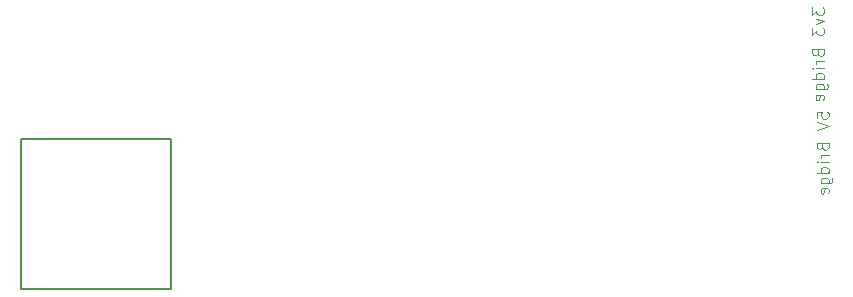
<source format=gbr>
%TF.GenerationSoftware,KiCad,Pcbnew,8.0.6*%
%TF.CreationDate,2025-05-19T18:35:20-06:00*%
%TF.ProjectId,main V5,6d61696e-2056-4352-9e6b-696361645f70,rev?*%
%TF.SameCoordinates,Original*%
%TF.FileFunction,Legend,Bot*%
%TF.FilePolarity,Positive*%
%FSLAX46Y46*%
G04 Gerber Fmt 4.6, Leading zero omitted, Abs format (unit mm)*
G04 Created by KiCad (PCBNEW 8.0.6) date 2025-05-19 18:35:20*
%MOMM*%
%LPD*%
G01*
G04 APERTURE LIST*
%ADD10C,0.100000*%
%ADD11C,0.127000*%
G04 APERTURE END LIST*
D10*
X185272419Y-79208646D02*
X185272419Y-79827693D01*
X185272419Y-79827693D02*
X185653371Y-79494360D01*
X185653371Y-79494360D02*
X185653371Y-79637217D01*
X185653371Y-79637217D02*
X185700990Y-79732455D01*
X185700990Y-79732455D02*
X185748609Y-79780074D01*
X185748609Y-79780074D02*
X185843847Y-79827693D01*
X185843847Y-79827693D02*
X186081942Y-79827693D01*
X186081942Y-79827693D02*
X186177180Y-79780074D01*
X186177180Y-79780074D02*
X186224800Y-79732455D01*
X186224800Y-79732455D02*
X186272419Y-79637217D01*
X186272419Y-79637217D02*
X186272419Y-79351503D01*
X186272419Y-79351503D02*
X186224800Y-79256265D01*
X186224800Y-79256265D02*
X186177180Y-79208646D01*
X185605752Y-80161027D02*
X186272419Y-80399122D01*
X186272419Y-80399122D02*
X185605752Y-80637217D01*
X185272419Y-80922932D02*
X185272419Y-81541979D01*
X185272419Y-81541979D02*
X185653371Y-81208646D01*
X185653371Y-81208646D02*
X185653371Y-81351503D01*
X185653371Y-81351503D02*
X185700990Y-81446741D01*
X185700990Y-81446741D02*
X185748609Y-81494360D01*
X185748609Y-81494360D02*
X185843847Y-81541979D01*
X185843847Y-81541979D02*
X186081942Y-81541979D01*
X186081942Y-81541979D02*
X186177180Y-81494360D01*
X186177180Y-81494360D02*
X186224800Y-81446741D01*
X186224800Y-81446741D02*
X186272419Y-81351503D01*
X186272419Y-81351503D02*
X186272419Y-81065789D01*
X186272419Y-81065789D02*
X186224800Y-80970551D01*
X186224800Y-80970551D02*
X186177180Y-80922932D01*
X185748609Y-83065789D02*
X185796228Y-83208646D01*
X185796228Y-83208646D02*
X185843847Y-83256265D01*
X185843847Y-83256265D02*
X185939085Y-83303884D01*
X185939085Y-83303884D02*
X186081942Y-83303884D01*
X186081942Y-83303884D02*
X186177180Y-83256265D01*
X186177180Y-83256265D02*
X186224800Y-83208646D01*
X186224800Y-83208646D02*
X186272419Y-83113408D01*
X186272419Y-83113408D02*
X186272419Y-82732456D01*
X186272419Y-82732456D02*
X185272419Y-82732456D01*
X185272419Y-82732456D02*
X185272419Y-83065789D01*
X185272419Y-83065789D02*
X185320038Y-83161027D01*
X185320038Y-83161027D02*
X185367657Y-83208646D01*
X185367657Y-83208646D02*
X185462895Y-83256265D01*
X185462895Y-83256265D02*
X185558133Y-83256265D01*
X185558133Y-83256265D02*
X185653371Y-83208646D01*
X185653371Y-83208646D02*
X185700990Y-83161027D01*
X185700990Y-83161027D02*
X185748609Y-83065789D01*
X185748609Y-83065789D02*
X185748609Y-82732456D01*
X186272419Y-83732456D02*
X185605752Y-83732456D01*
X185796228Y-83732456D02*
X185700990Y-83780075D01*
X185700990Y-83780075D02*
X185653371Y-83827694D01*
X185653371Y-83827694D02*
X185605752Y-83922932D01*
X185605752Y-83922932D02*
X185605752Y-84018170D01*
X186272419Y-84351504D02*
X185605752Y-84351504D01*
X185272419Y-84351504D02*
X185320038Y-84303885D01*
X185320038Y-84303885D02*
X185367657Y-84351504D01*
X185367657Y-84351504D02*
X185320038Y-84399123D01*
X185320038Y-84399123D02*
X185272419Y-84351504D01*
X185272419Y-84351504D02*
X185367657Y-84351504D01*
X186272419Y-85256265D02*
X185272419Y-85256265D01*
X186224800Y-85256265D02*
X186272419Y-85161027D01*
X186272419Y-85161027D02*
X186272419Y-84970551D01*
X186272419Y-84970551D02*
X186224800Y-84875313D01*
X186224800Y-84875313D02*
X186177180Y-84827694D01*
X186177180Y-84827694D02*
X186081942Y-84780075D01*
X186081942Y-84780075D02*
X185796228Y-84780075D01*
X185796228Y-84780075D02*
X185700990Y-84827694D01*
X185700990Y-84827694D02*
X185653371Y-84875313D01*
X185653371Y-84875313D02*
X185605752Y-84970551D01*
X185605752Y-84970551D02*
X185605752Y-85161027D01*
X185605752Y-85161027D02*
X185653371Y-85256265D01*
X185605752Y-86161027D02*
X186415276Y-86161027D01*
X186415276Y-86161027D02*
X186510514Y-86113408D01*
X186510514Y-86113408D02*
X186558133Y-86065789D01*
X186558133Y-86065789D02*
X186605752Y-85970551D01*
X186605752Y-85970551D02*
X186605752Y-85827694D01*
X186605752Y-85827694D02*
X186558133Y-85732456D01*
X186224800Y-86161027D02*
X186272419Y-86065789D01*
X186272419Y-86065789D02*
X186272419Y-85875313D01*
X186272419Y-85875313D02*
X186224800Y-85780075D01*
X186224800Y-85780075D02*
X186177180Y-85732456D01*
X186177180Y-85732456D02*
X186081942Y-85684837D01*
X186081942Y-85684837D02*
X185796228Y-85684837D01*
X185796228Y-85684837D02*
X185700990Y-85732456D01*
X185700990Y-85732456D02*
X185653371Y-85780075D01*
X185653371Y-85780075D02*
X185605752Y-85875313D01*
X185605752Y-85875313D02*
X185605752Y-86065789D01*
X185605752Y-86065789D02*
X185653371Y-86161027D01*
X186224800Y-87018170D02*
X186272419Y-86922932D01*
X186272419Y-86922932D02*
X186272419Y-86732456D01*
X186272419Y-86732456D02*
X186224800Y-86637218D01*
X186224800Y-86637218D02*
X186129561Y-86589599D01*
X186129561Y-86589599D02*
X185748609Y-86589599D01*
X185748609Y-86589599D02*
X185653371Y-86637218D01*
X185653371Y-86637218D02*
X185605752Y-86732456D01*
X185605752Y-86732456D02*
X185605752Y-86922932D01*
X185605752Y-86922932D02*
X185653371Y-87018170D01*
X185653371Y-87018170D02*
X185748609Y-87065789D01*
X185748609Y-87065789D02*
X185843847Y-87065789D01*
X185843847Y-87065789D02*
X185939085Y-86589599D01*
X185672419Y-88580074D02*
X185672419Y-88103884D01*
X185672419Y-88103884D02*
X186148609Y-88056265D01*
X186148609Y-88056265D02*
X186100990Y-88103884D01*
X186100990Y-88103884D02*
X186053371Y-88199122D01*
X186053371Y-88199122D02*
X186053371Y-88437217D01*
X186053371Y-88437217D02*
X186100990Y-88532455D01*
X186100990Y-88532455D02*
X186148609Y-88580074D01*
X186148609Y-88580074D02*
X186243847Y-88627693D01*
X186243847Y-88627693D02*
X186481942Y-88627693D01*
X186481942Y-88627693D02*
X186577180Y-88580074D01*
X186577180Y-88580074D02*
X186624800Y-88532455D01*
X186624800Y-88532455D02*
X186672419Y-88437217D01*
X186672419Y-88437217D02*
X186672419Y-88199122D01*
X186672419Y-88199122D02*
X186624800Y-88103884D01*
X186624800Y-88103884D02*
X186577180Y-88056265D01*
X185672419Y-88913408D02*
X186672419Y-89246741D01*
X186672419Y-89246741D02*
X185672419Y-89580074D01*
X186148609Y-91008646D02*
X186196228Y-91151503D01*
X186196228Y-91151503D02*
X186243847Y-91199122D01*
X186243847Y-91199122D02*
X186339085Y-91246741D01*
X186339085Y-91246741D02*
X186481942Y-91246741D01*
X186481942Y-91246741D02*
X186577180Y-91199122D01*
X186577180Y-91199122D02*
X186624800Y-91151503D01*
X186624800Y-91151503D02*
X186672419Y-91056265D01*
X186672419Y-91056265D02*
X186672419Y-90675313D01*
X186672419Y-90675313D02*
X185672419Y-90675313D01*
X185672419Y-90675313D02*
X185672419Y-91008646D01*
X185672419Y-91008646D02*
X185720038Y-91103884D01*
X185720038Y-91103884D02*
X185767657Y-91151503D01*
X185767657Y-91151503D02*
X185862895Y-91199122D01*
X185862895Y-91199122D02*
X185958133Y-91199122D01*
X185958133Y-91199122D02*
X186053371Y-91151503D01*
X186053371Y-91151503D02*
X186100990Y-91103884D01*
X186100990Y-91103884D02*
X186148609Y-91008646D01*
X186148609Y-91008646D02*
X186148609Y-90675313D01*
X186672419Y-91675313D02*
X186005752Y-91675313D01*
X186196228Y-91675313D02*
X186100990Y-91722932D01*
X186100990Y-91722932D02*
X186053371Y-91770551D01*
X186053371Y-91770551D02*
X186005752Y-91865789D01*
X186005752Y-91865789D02*
X186005752Y-91961027D01*
X186672419Y-92294361D02*
X186005752Y-92294361D01*
X185672419Y-92294361D02*
X185720038Y-92246742D01*
X185720038Y-92246742D02*
X185767657Y-92294361D01*
X185767657Y-92294361D02*
X185720038Y-92341980D01*
X185720038Y-92341980D02*
X185672419Y-92294361D01*
X185672419Y-92294361D02*
X185767657Y-92294361D01*
X186672419Y-93199122D02*
X185672419Y-93199122D01*
X186624800Y-93199122D02*
X186672419Y-93103884D01*
X186672419Y-93103884D02*
X186672419Y-92913408D01*
X186672419Y-92913408D02*
X186624800Y-92818170D01*
X186624800Y-92818170D02*
X186577180Y-92770551D01*
X186577180Y-92770551D02*
X186481942Y-92722932D01*
X186481942Y-92722932D02*
X186196228Y-92722932D01*
X186196228Y-92722932D02*
X186100990Y-92770551D01*
X186100990Y-92770551D02*
X186053371Y-92818170D01*
X186053371Y-92818170D02*
X186005752Y-92913408D01*
X186005752Y-92913408D02*
X186005752Y-93103884D01*
X186005752Y-93103884D02*
X186053371Y-93199122D01*
X186005752Y-94103884D02*
X186815276Y-94103884D01*
X186815276Y-94103884D02*
X186910514Y-94056265D01*
X186910514Y-94056265D02*
X186958133Y-94008646D01*
X186958133Y-94008646D02*
X187005752Y-93913408D01*
X187005752Y-93913408D02*
X187005752Y-93770551D01*
X187005752Y-93770551D02*
X186958133Y-93675313D01*
X186624800Y-94103884D02*
X186672419Y-94008646D01*
X186672419Y-94008646D02*
X186672419Y-93818170D01*
X186672419Y-93818170D02*
X186624800Y-93722932D01*
X186624800Y-93722932D02*
X186577180Y-93675313D01*
X186577180Y-93675313D02*
X186481942Y-93627694D01*
X186481942Y-93627694D02*
X186196228Y-93627694D01*
X186196228Y-93627694D02*
X186100990Y-93675313D01*
X186100990Y-93675313D02*
X186053371Y-93722932D01*
X186053371Y-93722932D02*
X186005752Y-93818170D01*
X186005752Y-93818170D02*
X186005752Y-94008646D01*
X186005752Y-94008646D02*
X186053371Y-94103884D01*
X186624800Y-94961027D02*
X186672419Y-94865789D01*
X186672419Y-94865789D02*
X186672419Y-94675313D01*
X186672419Y-94675313D02*
X186624800Y-94580075D01*
X186624800Y-94580075D02*
X186529561Y-94532456D01*
X186529561Y-94532456D02*
X186148609Y-94532456D01*
X186148609Y-94532456D02*
X186053371Y-94580075D01*
X186053371Y-94580075D02*
X186005752Y-94675313D01*
X186005752Y-94675313D02*
X186005752Y-94865789D01*
X186005752Y-94865789D02*
X186053371Y-94961027D01*
X186053371Y-94961027D02*
X186148609Y-95008646D01*
X186148609Y-95008646D02*
X186243847Y-95008646D01*
X186243847Y-95008646D02*
X186339085Y-94532456D01*
D11*
%TO.C,U$1*%
X118308500Y-90370000D02*
X118308500Y-103070000D01*
X118308500Y-103070000D02*
X131008500Y-103070000D01*
X131008500Y-90370000D02*
X118308500Y-90370000D01*
X131008500Y-103070000D02*
X131008500Y-90370000D01*
%TD*%
M02*

</source>
